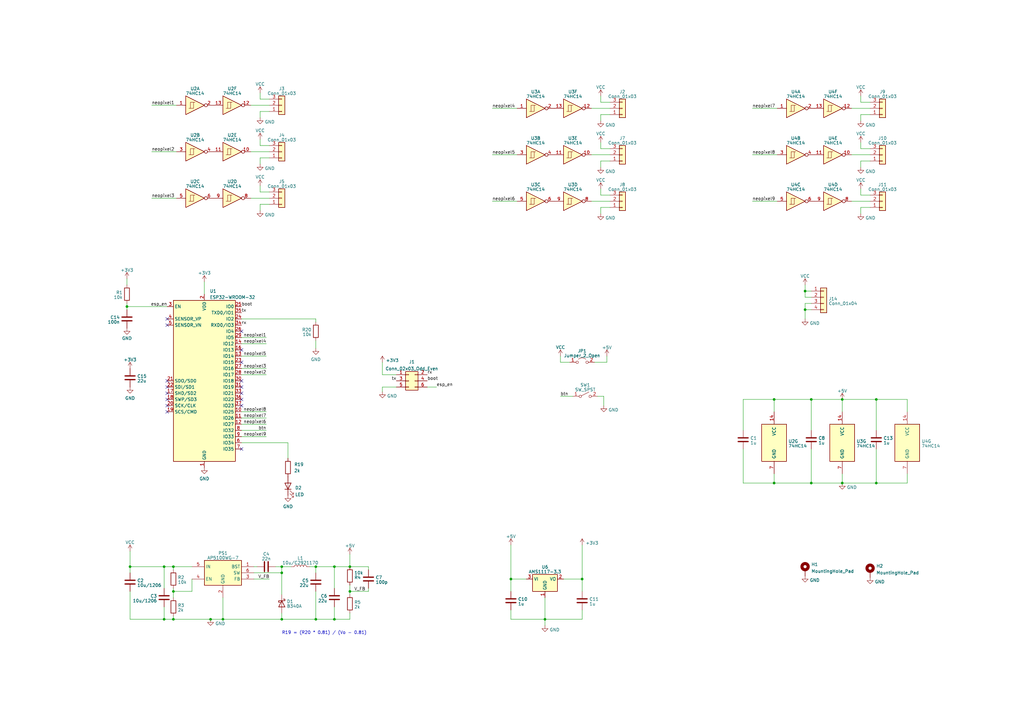
<source format=kicad_sch>
(kicad_sch (version 20231120) (generator "eeschema") (generator_version "8.0")
  (paper "A3")
  (lib_symbols
    (symbol "74xx:74HC14" (pin_names (offset 1.016))
      (property "Reference" "U" (at 0 1.27 0))
      (property "Value" "74HC14" (at 0 -1.27 0))
      (symbol "74HC14_1_0"
        (pin input line (at -7.62 0 0) (length 3.81) (name "~") (number "1"))
        (pin output inverted (at 7.62 0 180) (length 3.81) (name "~") (number "2"))
      )
      (symbol "74HC14_2_0"
        (pin input line (at -7.62 0 0) (length 3.81) (name "~") (number "3"))
        (pin output inverted (at 7.62 0 180) (length 3.81) (name "~") (number "4"))
      )
      (symbol "74HC14_3_0"
        (pin input line (at -7.62 0 0) (length 3.81) (name "~") (number "5"))
        (pin output inverted (at 7.62 0 180) (length 3.81) (name "~") (number "6"))
      )
      (symbol "74HC14_4_0"
        (pin output inverted (at 7.62 0 180) (length 3.81) (name "~") (number "8"))
        (pin input line (at -7.62 0 0) (length 3.81) (name "~") (number "9"))
      )
      (symbol "74HC14_5_0"
        (pin output inverted (at 7.62 0 180) (length 3.81) (name "~") (number "10"))
        (pin input line (at -7.62 0 0) (length 3.81) (name "~") (number "11"))
      )
      (symbol "74HC14_6_0"
        (pin output inverted (at 7.62 0 180) (length 3.81) (name "~") (number "12"))
        (pin input line (at -7.62 0 0) (length 3.81) (name "~") (number "13"))
      )
      (symbol "74HC14_7_0"
        (pin power_in line (at 0 12.7 270) (length 5.08) (name "VCC") (number "14"))
        (pin power_in line (at 0 -12.7 90) (length 5.08) (name "GND") (number "7"))
      )
    )
    (symbol "Connector_Generic:Conn_01x03" (pin_names (offset 1.016) hide)
      (property "Reference" "J" (at 0 5.08 0))
      (property "Value" "Conn_01x03" (at 0 -5.08 0))
      (symbol "Conn_01x03_1_1"
        (pin passive line (at -5.08 2.54 0) (length 3.81) (name "Pin_1") (number "1"))
        (pin passive line (at -5.08 0 0) (length 3.81) (name "Pin_2") (number "2"))
        (pin passive line (at -5.08 -2.54 0) (length 3.81) (name "Pin_3") (number "3"))
      )
    )
    (symbol "Connector_Generic:Conn_01x04" (pin_names (offset 1.016) hide)
      (property "Reference" "J" (at 0 5.08 0))
      (property "Value" "Conn_01x04" (at 0 -7.62 0))
      (symbol "Conn_01x04_1_1"
        (pin passive line (at -5.08 2.54 0) (length 3.81) (name "Pin_1") (number "1"))
        (pin passive line (at -5.08 0 0) (length 3.81) (name "Pin_2") (number "2"))
        (pin passive line (at -5.08 -2.54 0) (length 3.81) (name "Pin_3") (number "3"))
        (pin passive line (at -5.08 -5.08 0) (length 3.81) (name "Pin_4") (number "4"))
      )
    )
    (symbol "Connector_Generic:Conn_02x03_Odd_Even" (pin_names (offset 1.016) hide)
      (property "Reference" "J" (at 1.27 5.08 0))
      (property "Value" "Conn_02x03_Odd_Even" (at 1.27 -5.08 0))
      (symbol "Conn_02x03_Odd_Even_1_1"
        (pin passive line (at -5.08 2.54 0) (length 3.81) (name "Pin_1") (number "1"))
        (pin passive line (at 7.62 2.54 180) (length 3.81) (name "Pin_2") (number "2"))
        (pin passive line (at -5.08 0 0) (length 3.81) (name "Pin_3") (number "3"))
        (pin passive line (at 7.62 0 180) (length 3.81) (name "Pin_4") (number "4"))
        (pin passive line (at -5.08 -2.54 0) (length 3.81) (name "Pin_5") (number "5"))
        (pin passive line (at 7.62 -2.54 180) (length 3.81) (name "Pin_6") (number "6"))
      )
    )
    (symbol "Device:C" (pin_numbers hide) (pin_names (offset 0.254))
      (property "Reference" "C" (at 0.635 2.54 0))
      (property "Value" "C" (at 0.635 -2.54 0))
      (symbol "C_1_1"
        (pin passive line (at 0 3.81 270) (length 2.794) (name "~") (number "1"))
        (pin passive line (at 0 -3.81 90) (length 2.794) (name "~") (number "2"))
      )
    )
    (symbol "Device:D_Schottky" (pin_numbers hide) (pin_names (offset 1.016) hide)
      (property "Reference" "D" (at 0 2.54 0))
      (property "Value" "D_Schottky" (at 0 -2.54 0))
      (symbol "D_Schottky_1_1"
        (pin passive line (at -3.81 0 0) (length 2.54) (name "K") (number "1"))
        (pin passive line (at 3.81 0 180) (length 2.54) (name "A") (number "2"))
      )
    )
    (symbol "Device:L" (pin_numbers hide) (pin_names (offset 1.016) hide)
      (property "Reference" "L" (at -1.27 0 90))
      (property "Value" "L" (at 1.905 0 90))
      (symbol "L_1_1"
        (pin passive line (at 0 3.81 270) (length 1.27) (name "1") (number "1"))
        (pin passive line (at 0 -3.81 90) (length 1.27) (name "2") (number "2"))
      )
    )
    (symbol "Device:LED" (pin_numbers hide) (pin_names (offset 1.016) hide)
      (property "Reference" "D" (at 0 2.54 0))
      (property "Value" "LED" (at 0 -2.54 0))
      (symbol "LED_1_1"
        (pin passive line (at -3.81 0 0) (length 2.54) (name "K") (number "1"))
        (pin passive line (at 3.81 0 180) (length 2.54) (name "A") (number "2"))
      )
    )
    (symbol "Device:R" (pin_numbers hide) (pin_names (offset 0))
      (property "Reference" "R" (at 2.032 0 90))
      (property "Value" "R" (at 0 0 90))
      (symbol "R_1_1"
        (pin passive line (at 0 3.81 270) (length 1.27) (name "~") (number "1"))
        (pin passive line (at 0 -3.81 90) (length 1.27) (name "~") (number "2"))
      )
    )
    (symbol "Jumper:Jumper_2_Open" (pin_names (offset 0) hide)
      (property "Reference" "JP" (at 0 2.794 0))
      (property "Value" "Jumper_2_Open" (at 0 -2.286 0))
      (symbol "Jumper_2_Open_1_1"
        (pin passive line (at -5.08 0 0) (length 2.54) (name "A") (number "1"))
        (pin passive line (at 5.08 0 180) (length 2.54) (name "B") (number "2"))
      )
    )
    (symbol "Mechanical:MountingHole_Pad" (pin_numbers hide) (pin_names (offset 1.016) hide)
      (property "Reference" "H" (at 0 6.35 0))
      (property "Value" "MountingHole_Pad" (at 0 4.445 0))
      (symbol "MountingHole_Pad_1_1"
        (pin input line (at 0 -2.54 90) (length 2.54) (name "1") (number "1"))
      )
    )
    (symbol "RF_Module:ESP32-WROOM-32"
      (property "Reference" "U" (at -12.7 34.29 0))
      (property "Value" "ESP32-WROOM-32" (at 1.27 34.29 0))
      (symbol "ESP32-WROOM-32_1_1"
        (pin power_in line (at 0 -35.56 90) (length 2.54) (name "GND") (number "1"))
        (pin bidirectional line (at 15.24 -12.7 180) (length 2.54) (name "IO25") (number "10"))
        (pin bidirectional line (at 15.24 -15.24 180) (length 2.54) (name "IO26") (number "11"))
        (pin bidirectional line (at 15.24 -17.78 180) (length 2.54) (name "IO27") (number "12"))
        (pin bidirectional line (at 15.24 10.16 180) (length 2.54) (name "IO14") (number "13"))
        (pin bidirectional line (at 15.24 15.24 180) (length 2.54) (name "IO12") (number "14"))
        (pin passive line (at 0 -35.56 90) (length 2.54) hide (name "GND") (number "15"))
        (pin bidirectional line (at 15.24 12.7 180) (length 2.54) (name "IO13") (number "16"))
        (pin bidirectional line (at -15.24 -5.08 0) (length 2.54) (name "SHD/SD2") (number "17"))
        (pin bidirectional line (at -15.24 -7.62 0) (length 2.54) (name "SWP/SD3") (number "18"))
        (pin bidirectional line (at -15.24 -12.7 0) (length 2.54) (name "SCS/CMD") (number "19"))
        (pin power_in line (at 0 35.56 270) (length 2.54) (name "VDD") (number "2"))
        (pin bidirectional line (at -15.24 -10.16 0) (length 2.54) (name "SCK/CLK") (number "20"))
        (pin bidirectional line (at -15.24 0 0) (length 2.54) (name "SDO/SD0") (number "21"))
        (pin bidirectional line (at -15.24 -2.54 0) (length 2.54) (name "SDI/SD1") (number "22"))
        (pin bidirectional line (at 15.24 7.62 180) (length 2.54) (name "IO15") (number "23"))
        (pin bidirectional line (at 15.24 25.4 180) (length 2.54) (name "IO2") (number "24"))
        (pin bidirectional line (at 15.24 30.48 180) (length 2.54) (name "IO0") (number "25"))
        (pin bidirectional line (at 15.24 20.32 180) (length 2.54) (name "IO4") (number "26"))
        (pin bidirectional line (at 15.24 5.08 180) (length 2.54) (name "IO16") (number "27"))
        (pin bidirectional line (at 15.24 2.54 180) (length 2.54) (name "IO17") (number "28"))
        (pin bidirectional line (at 15.24 17.78 180) (length 2.54) (name "IO5") (number "29"))
        (pin input line (at -15.24 30.48 0) (length 2.54) (name "EN") (number "3"))
        (pin bidirectional line (at 15.24 0 180) (length 2.54) (name "IO18") (number "30"))
        (pin bidirectional line (at 15.24 -2.54 180) (length 2.54) (name "IO19") (number "31"))
        (pin no_connect line (at -12.7 -27.94 0) (length 2.54) hide (name "NC") (number "32"))
        (pin bidirectional line (at 15.24 -5.08 180) (length 2.54) (name "IO21") (number "33"))
        (pin bidirectional line (at 15.24 22.86 180) (length 2.54) (name "RXD0/IO3") (number "34"))
        (pin bidirectional line (at 15.24 27.94 180) (length 2.54) (name "TXD0/IO1") (number "35"))
        (pin bidirectional line (at 15.24 -7.62 180) (length 2.54) (name "IO22") (number "36"))
        (pin bidirectional line (at 15.24 -10.16 180) (length 2.54) (name "IO23") (number "37"))
        (pin passive line (at 0 -35.56 90) (length 2.54) hide (name "GND") (number "38"))
        (pin passive line (at 0 -35.56 90) (length 2.54) hide (name "GND") (number "39"))
        (pin input line (at -15.24 25.4 0) (length 2.54) (name "SENSOR_VP") (number "4"))
        (pin input line (at -15.24 22.86 0) (length 2.54) (name "SENSOR_VN") (number "5"))
        (pin input line (at 15.24 -25.4 180) (length 2.54) (name "IO34") (number "6"))
        (pin input line (at 15.24 -27.94 180) (length 2.54) (name "IO35") (number "7"))
        (pin bidirectional line (at 15.24 -20.32 180) (length 2.54) (name "IO32") (number "8"))
        (pin bidirectional line (at 15.24 -22.86 180) (length 2.54) (name "IO33") (number "9"))
      )
    )
    (symbol "Regulator_Linear:AMS1117-3.3"
      (property "Reference" "U" (at -3.81 3.175 0))
      (property "Value" "AMS1117-3.3" (at 0 3.175 0))
      (symbol "AMS1117-3.3_1_1"
        (pin power_in line (at 0 -7.62 90) (length 2.54) (name "GND") (number "1"))
        (pin power_out line (at 7.62 0 180) (length 2.54) (name "VO") (number "2"))
        (pin power_in line (at -7.62 0 0) (length 2.54) (name "VI") (number "3"))
      )
    )
    (symbol "SamacSys_Parts:AP5100WG-7"
      (property "Reference" "PS" (at 21.59 7.62 0))
      (property "Value" "AP5100WG-7" (at 21.59 5.08 0))
      (symbol "AP5100WG-7_1_1"
        (pin passive line (at 25.4 0 180) (length 5.08) (name "BST") (number "1"))
        (pin passive line (at 12.7 -12.7 90) (length 5.08) (name "GND") (number "2"))
        (pin passive line (at 25.4 -5.08 180) (length 5.08) (name "FB") (number "3"))
        (pin passive line (at 0 -5.08 0) (length 5.08) (name "EN") (number "4"))
        (pin passive line (at 0 0 0) (length 5.08) (name "IN") (number "5"))
        (pin passive line (at 25.4 -2.54 180) (length 5.08) (name "SW") (number "6"))
      )
    )
    (symbol "Switch:SW_SPST" (pin_names (offset 0) hide)
      (property "Reference" "SW" (at 0 3.175 0))
      (property "Value" "SW_SPST" (at 0 -2.54 0))
      (symbol "SW_SPST_1_1"
        (pin passive line (at -5.08 0 0) (length 2.54) (name "A") (number "1"))
        (pin passive line (at 5.08 0 180) (length 2.54) (name "B") (number "2"))
      )
    )
    (symbol "power:+3V3" (power) (pin_names (offset 0))
      (property "Value" "+3V3" (at 0 3.556 0))
      (symbol "+3V3_1_1"
        (pin power_in line (at 0 0 90) (length 0) hide (name "+3V3") (number "1"))
      )
    )
    (symbol "power:+5V" (power) (pin_names (offset 0))
      (property "Value" "+5V" (at 0 3.556 0))
      (symbol "+5V_1_1"
        (pin power_in line (at 0 0 90) (length 0) hide (name "+5V") (number "1"))
      )
    )
    (symbol "power:GND" (power) (pin_names (offset 0))
      (property "Value" "GND" (at 0 -3.81 0))
      (symbol "GND_1_1"
        (pin power_in line (at 0 0 270) (length 0) hide (name "GND") (number "1"))
      )
    )
    (symbol "power:VCC" (power) (pin_names (offset 0))
      (property "Value" "VCC" (at 0 3.81 0))
      (symbol "VCC_1_1"
        (pin power_in line (at 0 0 90) (length 0) hide (name "VCC") (number "1"))
      )
    )
  )
  (junction (at 67.31 254))
  (junction (at 52.07 125.73))
  (junction (at 359.41 163.83))
  (junction (at 223.52 254))
  (junction (at 209.55 237.49))
  (junction (at 238.76 237.49))
  (junction (at 332.74 198.12))
  (junction (at 330.2 119.38))
  (junction (at 317.5 163.83))
  (junction (at 332.74 163.83))
  (junction (at 86.36 254))
  (junction (at 71.12 254))
  (junction (at 129.54 254))
  (junction (at 91.44 254))
  (junction (at 345.44 163.83))
  (junction (at 143.51 242.57))
  (junction (at 359.41 198.12))
  (junction (at 67.31 232.41))
  (junction (at 143.51 232.41))
  (junction (at 317.5 198.12))
  (junction (at 137.16 254))
  (junction (at 53.34 232.41))
  (junction (at 115.57 234.95))
  (junction (at 345.44 198.12))
  (junction (at 129.54 232.41))
  (junction (at 115.57 232.41))
  (junction (at 71.12 242.57))
  (junction (at 71.12 232.41))
  (junction (at 115.57 254))
  (junction (at 330.2 127))
  (junction (at 137.16 232.41))
  (no_connect (at 99.06 148.59))
  (no_connect (at 99.06 163.83))
  (no_connect (at 68.58 158.75))
  (no_connect (at 99.06 135.89))
  (no_connect (at 68.58 133.35))
  (no_connect (at 68.58 130.81))
  (no_connect (at 68.58 168.91))
  (no_connect (at 99.06 184.15))
  (no_connect (at 68.58 161.29))
  (no_connect (at 68.58 163.83))
  (no_connect (at 99.06 166.37))
  (no_connect (at 68.58 166.37))
  (no_connect (at 99.06 161.29))
  (no_connect (at 99.06 156.21))
  (no_connect (at 99.06 143.51))
  (no_connect (at 99.06 158.75))
  (no_connect (at 68.58 156.21))
  (wire (pts (xy 304.8 198.12) (xy 317.5 198.12)))
  (wire (pts (xy 115.57 254) (xy 129.54 254)))
  (wire (pts (xy 359.41 198.12) (xy 372.11 198.12)))
  (wire (pts (xy 71.12 232.41) (xy 78.74 232.41)))
  (wire (pts (xy 308.61 82.55) (xy 318.77 82.55)))
  (wire (pts (xy 330.2 124.46) (xy 332.74 124.46)))
  (wire (pts (xy 109.22 140.97) (xy 99.06 140.97)))
  (wire (pts (xy 238.76 254) (xy 238.76 250.19)))
  (wire (pts (xy 359.41 184.15) (xy 359.41 198.12)))
  (wire (pts (xy 246.38 60.96) (xy 250.19 60.96)))
  (wire (pts (xy 67.31 254) (xy 71.12 254)))
  (wire (pts (xy 137.16 232.41) (xy 143.51 232.41)))
  (wire (pts (xy 115.57 254) (xy 115.57 251.46)))
  (wire (pts (xy 129.54 130.81) (xy 129.54 132.08)))
  (wire (pts (xy 71.12 252.73) (xy 71.12 254)))
  (wire (pts (xy 118.11 181.61) (xy 118.11 187.96)))
  (wire (pts (xy 246.38 41.91) (xy 250.19 41.91)))
  (wire (pts (xy 332.74 121.92) (xy 330.2 121.92)))
  (wire (pts (xy 248.92 148.59) (xy 243.84 148.59)))
  (wire (pts (xy 99.06 181.61) (xy 118.11 181.61)))
  (wire (pts (xy 229.87 148.59) (xy 233.68 148.59)))
  (wire (pts (xy 109.22 176.53) (xy 99.06 176.53)))
  (wire (pts (xy 71.12 254) (xy 86.36 254)))
  (wire (pts (xy 359.41 176.53) (xy 359.41 163.83)))
  (wire (pts (xy 332.74 184.15) (xy 332.74 198.12)))
  (wire (pts (xy 330.2 127) (xy 330.2 124.46)))
  (wire (pts (xy 71.12 245.11) (xy 71.12 242.57)))
  (wire (pts (xy 246.38 87.63) (xy 246.38 85.09)))
  (wire (pts (xy 91.44 245.11) (xy 91.44 254)))
  (wire (pts (xy 242.57 44.45) (xy 250.19 44.45)))
  (wire (pts (xy 109.22 153.67) (xy 99.06 153.67)))
  (wire (pts (xy 175.26 158.75) (xy 179.07 158.75)))
  (wire (pts (xy 156.845 158.75) (xy 156.845 160.655)))
  (wire (pts (xy 143.51 251.46) (xy 143.51 254)))
  (wire (pts (xy 129.54 254) (xy 137.16 254)))
  (wire (pts (xy 62.23 43.18) (xy 72.39 43.18)))
  (wire (pts (xy 129.54 232.41) (xy 137.16 232.41)))
  (wire (pts (xy 304.8 176.53) (xy 304.8 163.83)))
  (wire (pts (xy 106.68 78.74) (xy 110.49 78.74)))
  (wire (pts (xy 67.31 232.41) (xy 71.12 232.41)))
  (wire (pts (xy 372.11 163.83) (xy 372.11 168.91)))
  (wire (pts (xy 229.87 146.05) (xy 229.87 148.59)))
  (wire (pts (xy 345.44 198.12) (xy 359.41 198.12)))
  (wire (pts (xy 246.38 85.09) (xy 250.19 85.09)))
  (wire (pts (xy 106.68 59.69) (xy 110.49 59.69)))
  (wire (pts (xy 115.57 234.95) (xy 115.57 243.84)))
  (wire (pts (xy 52.07 125.73) (xy 68.58 125.73)))
  (wire (pts (xy 223.52 254) (xy 238.76 254)))
  (wire (pts (xy 143.51 243.84) (xy 143.51 242.57)))
  (wire (pts (xy 353.06 46.99) (xy 356.87 46.99)))
  (wire (pts (xy 106.68 48.26) (xy 106.68 45.72)))
  (wire (pts (xy 332.74 198.12) (xy 345.44 198.12)))
  (wire (pts (xy 113.03 232.41) (xy 115.57 232.41)))
  (wire (pts (xy 246.38 77.47) (xy 246.38 80.01)))
  (wire (pts (xy 129.54 139.7) (xy 129.54 142.875)))
  (wire (pts (xy 143.51 232.41) (xy 151.13 232.41)))
  (wire (pts (xy 201.93 82.55) (xy 212.09 82.55)))
  (wire (pts (xy 246.38 46.99) (xy 250.19 46.99)))
  (wire (pts (xy 317.5 168.91) (xy 317.5 163.83)))
  (wire (pts (xy 106.68 64.77) (xy 110.49 64.77)))
  (wire (pts (xy 78.74 237.49) (xy 78.74 242.57)))
  (wire (pts (xy 143.51 240.03) (xy 143.51 242.57)))
  (wire (pts (xy 353.06 80.01) (xy 356.87 80.01)))
  (wire (pts (xy 106.68 76.2) (xy 106.68 78.74)))
  (wire (pts (xy 52.07 124.46) (xy 52.07 125.73)))
  (wire (pts (xy 109.22 179.07) (xy 99.06 179.07)))
  (wire (pts (xy 242.57 82.55) (xy 250.19 82.55)))
  (wire (pts (xy 248.92 146.05) (xy 248.92 148.59)))
  (wire (pts (xy 143.51 242.57) (xy 151.13 242.57)))
  (wire (pts (xy 201.93 44.45) (xy 212.09 44.45)))
  (wire (pts (xy 308.61 44.45) (xy 318.77 44.45)))
  (wire (pts (xy 104.14 234.95) (xy 115.57 234.95)))
  (wire (pts (xy 106.68 86.36) (xy 106.68 83.82)))
  (wire (pts (xy 372.11 198.12) (xy 372.11 194.31)))
  (wire (pts (xy 246.38 80.01) (xy 250.19 80.01)))
  (wire (pts (xy 109.22 168.91) (xy 99.06 168.91)))
  (wire (pts (xy 238.76 237.49) (xy 231.14 237.49)))
  (wire (pts (xy 345.44 163.83) (xy 359.41 163.83)))
  (wire (pts (xy 62.23 81.28) (xy 72.39 81.28)))
  (wire (pts (xy 106.68 38.1) (xy 106.68 40.64)))
  (wire (pts (xy 349.25 44.45) (xy 356.87 44.45)))
  (wire (pts (xy 353.06 49.53) (xy 353.06 46.99)))
  (wire (pts (xy 53.34 232.41) (xy 53.34 234.95)))
  (wire (pts (xy 151.13 232.41) (xy 151.13 233.68)))
  (wire (pts (xy 353.06 87.63) (xy 353.06 85.09)))
  (wire (pts (xy 156.845 153.67) (xy 162.56 153.67)))
  (wire (pts (xy 246.38 68.58) (xy 246.38 66.04)))
  (wire (pts (xy 115.57 232.41) (xy 119.38 232.41)))
  (wire (pts (xy 330.2 127) (xy 332.74 127)))
  (wire (pts (xy 99.06 130.81) (xy 129.54 130.81)))
  (wire (pts (xy 353.06 66.04) (xy 356.87 66.04)))
  (wire (pts (xy 83.82 115.57) (xy 83.82 120.65)))
  (wire (pts (xy 353.06 41.91) (xy 356.87 41.91)))
  (wire (pts (xy 304.8 184.15) (xy 304.8 198.12)))
  (wire (pts (xy 246.38 58.42) (xy 246.38 60.96)))
  (wire (pts (xy 102.87 81.28) (xy 110.49 81.28)))
  (wire (pts (xy 223.52 254) (xy 223.52 245.11)))
  (wire (pts (xy 156.845 148.59) (xy 156.845 153.67)))
  (wire (pts (xy 332.74 163.83) (xy 332.74 176.53)))
  (wire (pts (xy 238.76 223.52) (xy 238.76 237.49)))
  (wire (pts (xy 238.76 242.57) (xy 238.76 237.49)))
  (wire (pts (xy 53.34 226.06) (xy 53.34 232.41)))
  (wire (pts (xy 53.34 254) (xy 67.31 254)))
  (wire (pts (xy 71.12 242.57) (xy 78.74 242.57)))
  (wire (pts (xy 109.22 138.43) (xy 99.06 138.43)))
  (wire (pts (xy 353.06 39.37) (xy 353.06 41.91)))
  (wire (pts (xy 345.44 194.31) (xy 345.44 198.12)))
  (wire (pts (xy 247.65 162.56) (xy 245.11 162.56)))
  (wire (pts (xy 209.55 254) (xy 223.52 254)))
  (wire (pts (xy 104.14 237.49) (xy 110.49 237.49)))
  (wire (pts (xy 53.34 232.41) (xy 67.31 232.41)))
  (wire (pts (xy 242.57 63.5) (xy 250.19 63.5)))
  (wire (pts (xy 349.25 63.5) (xy 356.87 63.5)))
  (wire (pts (xy 317.5 194.31) (xy 317.5 198.12)))
  (wire (pts (xy 345.44 163.83) (xy 345.44 168.91)))
  (wire (pts (xy 127 232.41) (xy 129.54 232.41)))
  (wire (pts (xy 209.55 237.49) (xy 209.55 242.57)))
  (wire (pts (xy 330.2 116.84) (xy 330.2 119.38)))
  (wire (pts (xy 330.2 119.38) (xy 330.2 121.92)))
  (wire (pts (xy 308.61 63.5) (xy 318.77 63.5)))
  (wire (pts (xy 330.2 119.38) (xy 332.74 119.38)))
  (wire (pts (xy 137.16 241.3) (xy 137.16 232.41)))
  (wire (pts (xy 106.68 57.15) (xy 106.68 59.69)))
  (wire (pts (xy 246.38 39.37) (xy 246.38 41.91)))
  (wire (pts (xy 246.38 49.53) (xy 246.38 46.99)))
  (wire (pts (xy 353.06 58.42) (xy 353.06 60.96)))
  (wire (pts (xy 106.68 83.82) (xy 110.49 83.82)))
  (wire (pts (xy 162.56 158.75) (xy 156.845 158.75)))
  (wire (pts (xy 143.51 227.33) (xy 143.51 232.41)))
  (wire (pts (xy 201.93 63.5) (xy 212.09 63.5)))
  (wire (pts (xy 353.06 68.58) (xy 353.06 66.04)))
  (wire (pts (xy 317.5 198.12) (xy 332.74 198.12)))
  (wire (pts (xy 52.07 125.73) (xy 52.07 127)))
  (wire (pts (xy 106.68 64.77) (xy 106.68 67.31)))
  (wire (pts (xy 104.14 232.41) (xy 105.41 232.41)))
  (wire (pts (xy 53.34 242.57) (xy 53.34 254)))
  (wire (pts (xy 67.31 248.92) (xy 67.31 254)))
  (wire (pts (xy 71.12 241.3) (xy 71.12 242.57)))
  (wire (pts (xy 209.55 254) (xy 209.55 250.19)))
  (wire (pts (xy 137.16 254) (xy 143.51 254)))
  (wire (pts (xy 71.12 232.41) (xy 71.12 233.68)))
  (wire (pts (xy 247.65 166.37) (xy 247.65 162.56)))
  (wire (pts (xy 332.74 163.83) (xy 345.44 163.83)))
  (wire (pts (xy 106.68 40.64) (xy 110.49 40.64)))
  (wire (pts (xy 209.55 223.52) (xy 209.55 237.49)))
  (wire (pts (xy 304.8 163.83) (xy 317.5 163.83)))
  (wire (pts (xy 349.25 82.55) (xy 356.87 82.55)))
  (wire (pts (xy 353.06 60.96) (xy 356.87 60.96)))
  (wire (pts (xy 317.5 163.83) (xy 332.74 163.83)))
  (wire (pts (xy 353.06 77.47) (xy 353.06 80.01)))
  (wire (pts (xy 109.22 151.13) (xy 99.06 151.13)))
  (wire (pts (xy 129.54 232.41) (xy 129.54 234.95)))
  (wire (pts (xy 102.87 43.18) (xy 110.49 43.18)))
  (wire (pts (xy 115.57 234.95) (xy 115.57 232.41)))
  (wire (pts (xy 246.38 66.04) (xy 250.19 66.04)))
  (wire (pts (xy 129.54 242.57) (xy 129.54 254)))
  (wire (pts (xy 91.44 254) (xy 115.57 254)))
  (wire (pts (xy 109.22 171.45) (xy 99.06 171.45)))
  (wire (pts (xy 330.2 130.81) (xy 330.2 127)))
  (wire (pts (xy 86.36 254) (xy 91.44 254)))
  (wire (pts (xy 62.23 62.23) (xy 72.39 62.23)))
  (wire (pts (xy 215.9 237.49) (xy 209.55 237.49)))
  (wire (pts (xy 229.87 162.56) (xy 234.95 162.56)))
  (wire (pts (xy 106.68 45.72) (xy 110.49 45.72)))
  (wire (pts (xy 67.31 232.41) (xy 67.31 241.3)))
  (wire (pts (xy 151.13 241.3) (xy 151.13 242.57)))
  (wire (pts (xy 102.87 62.23) (xy 110.49 62.23)))
  (wire (pts (xy 137.16 248.92) (xy 137.16 254)))
  (wire (pts (xy 353.06 85.09) (xy 356.87 85.09)))
  (wire (pts (xy 109.22 146.05) (xy 99.06 146.05)))
  (wire (pts (xy 223.52 256.54) (xy 223.52 254)))
  (wire (pts (xy 52.07 114.3) (xy 52.07 116.84)))
  (wire (pts (xy 109.22 173.99) (xy 99.06 173.99)))
  (wire (pts (xy 359.41 163.83) (xy 372.11 163.83)))
  (text "R19 = (R20 * 0.81) / (Vo - 0.81)" (at 115.57 260.35 0) (effects (font (size 1.27 1.27)) (justify left bottom)))
  (label "tx" (at 99.06 128.27 0))
  (label "esp_en" (at 179.07 158.75 0))
  (label "neopixel9" (at 109.22 179.07 180))
  (label "neopixel1" (at 62.23 43.18 0))
  (label "btn" (at 229.87 162.56 0))
  (label "esp_en" (at 68.58 125.73 180))
  (label "neopixel6" (at 109.22 173.99 180))
  (label "neopixel2" (at 62.23 62.23 0))
  (label "neopixel4" (at 109.22 140.97 180))
  (label "neopixel3" (at 109.22 151.13 180))
  (label "boot" (at 175.26 156.21 0))
  (label "neopixel9" (at 308.61 82.55 0))
  (label "neopixel8" (at 109.22 168.91 180))
  (label "boot" (at 99.06 125.73 0))
  (label "V_FB" (at 110.49 237.49 180))
  (label "rx" (at 175.26 153.67 0))
  (label "neopixel5" (at 109.22 146.05 180))
  (label "neopixel1" (at 109.22 138.43 180))
  (label "neopixel7" (at 308.61 44.45 0))
  (label "neopixel2" (at 109.22 153.67 180))
  (label "neopixel6" (at 201.93 82.55 0))
  (label "neopixel5" (at 201.93 63.5 0))
  (label "tx" (at 162.56 156.21 180))
  (label "neopixel8" (at 308.61 63.5 0))
  (label "neopixel4" (at 201.93 44.45 0))
  (label "neopixel7" (at 109.22 171.45 180))
  (label "rx" (at 99.06 133.35 0))
  (label "V_FB" (at 149.86 242.57 180))
  (label "btn" (at 109.22 176.53 180))
  (label "neopixel3" (at 62.23 81.28 0))
  (symbol (lib_id "power:GND") (at 353.06 49.53 0) (unit 1)
    (property "Reference" "#PWR018" (effects (hide yes)))
    (property "Value" "GND" (at 354.965 51.279 0) (effects (justify left)))
  )
  (symbol (lib_id "Device:C") (at 52.07 130.81 0) (mirror y) (unit 1)
    (property "Reference" "C14" (at 49.1491 130.1663 0) (effects (justify left)))
    (property "Value" "100n" (at 49.1491 132.0873 0) (effects (justify left)))
    (property "Footprint" "Capacitor_SMD:C_0603_1608Metric" (effects (hide yes)))
    (property "MPN" "C14663" (effects (hide yes)))
  )
  (symbol (lib_id "Regulator_Linear:AMS1117-3.3") (at 223.52 237.49 0) (unit 1)
    (property "Reference" "U6" (at 223.52 232.5751 0))
    (property "Value" "AMS1117-3.3" (at 223.52 234.4961 0))
    (property "Footprint" "Package_TO_SOT_SMD:SOT-223-3_TabPin2" (effects (hide yes)))
    (property "Datasheet" "http://www.advanced-monolithic.com/pdf/ds1117.pdf" (effects (hide yes)))
    (property "MPN" "C6186" (effects (hide yes)))
  )
  (symbol (lib_id "power:GND") (at 52.07 134.62 0) (mirror y) (unit 1)
    (property "Reference" "#PWR031" (effects (hide yes)))
    (property "Value" "GND" (at 52.07 138.7555 0))
  )
  (symbol (lib_id "74xx:74HC14") (at 372.11 181.61 0) (unit 7)
    (property "Reference" "U4" (at 377.952 180.9663 0) (effects (justify left)))
    (property "Value" "74HC14" (at 377.952 182.8873 0) (effects (justify left)))
    (property "Footprint" "Package_SO:SOIC-14_3.9x8.7mm_P1.27mm" (effects (hide yes)))
    (property "Datasheet" "http://www.ti.com/lit/gpn/sn74HC14" (effects (hide yes)))
    (property "MPN" "C5967" (effects (hide yes)))
  )
  (symbol (lib_id "Connector_Generic:Conn_01x03") (at 255.27 44.45 0) (mirror x) (unit 1)
    (property "Reference" "J2" (at 255.27 37.6301 0))
    (property "Value" "Conn_01x03" (at 255.27 39.5511 0))
    (property "Footprint" "TerminalBlock_Phoenix:TerminalBlock_Phoenix_MKDS-1,5-3_1x03_P5.00mm_Horizontal" (effects (hide yes)))
    (property "MPN" "C8401" (effects (hide yes)))
  )
  (symbol (lib_id "power:+5V") (at 143.51 227.33 0) (unit 1)
    (property "Reference" "#PWR016" (effects (hide yes)))
    (property "Value" "+5V" (at 143.51 223.8281 0))
  )
  (symbol (lib_id "power:GND") (at 356.87 236.855 0) (unit 1)
    (property "Reference" "#PWR07" (effects (hide yes)))
    (property "Value" "GND" (at 358.775 238.604 0) (effects (justify left)))
  )
  (symbol (lib_id "74xx:74HC14") (at 95.25 62.23 0) (unit 5)
    (property "Reference" "U2" (at 95.25 55.4101 0))
    (property "Value" "74HC14" (at 95.25 57.3311 0))
    (property "Footprint" "Package_SO:SOIC-14_3.9x8.7mm_P1.27mm" (effects (hide yes)))
    (property "Datasheet" "http://www.ti.com/lit/gpn/sn74HC14" (effects (hide yes)))
    (property "MPN" "C5967" (effects (hide yes)))
  )
  (symbol (lib_id "Device:C") (at 137.16 245.11 0) (unit 1)
    (property "Reference" "C6" (at 134.239 244.4663 0) (effects (justify right)))
    (property "Value" "22u" (at 134.239 246.3873 0) (effects (justify right)))
    (property "Footprint" "Capacitor_SMD:C_0805_2012Metric" (effects (hide yes)))
    (property "MPN" "C45783" (effects (hide yes)))
  )
  (symbol (lib_id "power:GND") (at 247.65 166.37 0) (unit 1)
    (property "Reference" "#PWR026" (effects (hide yes)))
    (property "Value" "GND" (at 249.555 168.119 0) (effects (justify left)))
  )
  (symbol (lib_id "Device:R") (at 118.11 191.77 0) (mirror y) (unit 1)
    (property "Reference" "R19" (at 120.65 190.5 0) (effects (justify right)))
    (property "Value" "2k" (at 120.65 193.04 0) (effects (justify right)))
    (property "Footprint" "Resistor_SMD:R_0603_1608Metric" (effects (hide yes)))
    (property "MPN" "C22975" (effects (hide yes)))
  )
  (symbol (lib_id "power:+3V3") (at 53.34 151.13 0) (unit 1)
    (property "Reference" "#PWR032" (effects (hide yes)))
    (property "Value" "+3V3" (at 53.34 147.5255 0))
  )
  (symbol (lib_id "74xx:74HC14") (at 341.63 44.45 0) (unit 6)
    (property "Reference" "U4" (at 341.63 37.6301 0))
    (property "Value" "74HC14" (at 341.63 39.5511 0))
    (property "Footprint" "Package_SO:SOIC-14_3.9x8.7mm_P1.27mm" (effects (hide yes)))
    (property "Datasheet" "http://www.ti.com/lit/gpn/sn74HC14" (effects (hide yes)))
    (property "MPN" "C5967" (effects (hide yes)))
  )
  (symbol (lib_id "Device:R") (at 52.07 120.65 0) (unit 1)
    (property "Reference" "R1" (at 50.292 120.0063 0) (effects (justify right)))
    (property "Value" "10k" (at 50.292 121.9273 0) (effects (justify right)))
    (property "Footprint" "Resistor_SMD:R_0603_1608Metric" (effects (hide yes)))
    (property "MPN" "C25804" (effects (hide yes)))
  )
  (symbol (lib_id "power:VCC") (at 246.38 77.47 0) (unit 1)
    (property "Reference" "#PWR065" (effects (hide yes)))
    (property "Value" "VCC" (at 246.38 73.8655 0))
  )
  (symbol (lib_id "power:GND") (at 129.54 142.875 0) (unit 1)
    (property "Reference" "#PWR037" (effects (hide yes)))
    (property "Value" "GND" (at 129.54 147.4375 0))
  )
  (symbol (lib_id "power:GND") (at 246.38 87.63 0) (unit 1)
    (property "Reference" "#PWR066" (effects (hide yes)))
    (property "Value" "GND" (at 248.285 89.379 0) (effects (justify left)))
  )
  (symbol (lib_id "power:GND") (at 53.34 158.75 0) (unit 1)
    (property "Reference" "#PWR033" (effects (hide yes)))
    (property "Value" "GND" (at 53.34 163.3125 0))
  )
  (symbol (lib_id "Device:C") (at 304.8 180.34 0) (unit 1)
    (property "Reference" "C1" (at 307.721 179.6963 0) (effects (justify left)))
    (property "Value" "1u" (at 307.721 181.6173 0) (effects (justify left)))
    (property "Footprint" "Capacitor_SMD:C_0805_2012Metric" (effects (hide yes)))
    (property "MPN" "C28323" (effects (hide yes)))
  )
  (symbol (lib_id "74xx:74HC14") (at 80.01 62.23 0) (unit 2)
    (property "Reference" "U2" (at 80.01 55.4101 0))
    (property "Value" "74HC14" (at 80.01 57.3311 0))
    (property "Footprint" "Package_SO:SOIC-14_3.9x8.7mm_P1.27mm" (effects (hide yes)))
    (property "Datasheet" "http://www.ti.com/lit/gpn/sn74HC14" (effects (hide yes)))
    (property "MPN" "C5967" (effects (hide yes)))
  )
  (symbol (lib_id "Device:R") (at 143.51 247.65 0) (mirror y) (unit 1)
    (property "Reference" "R5" (at 145.288 247.0063 0) (effects (justify right)))
    (property "Value" "2k" (at 145.288 248.9273 0) (effects (justify right)))
    (property "Footprint" "Resistor_SMD:R_0603_1608Metric" (effects (hide yes)))
    (property "MPN" "C22975" (effects (hide yes)))
  )
  (symbol (lib_id "RF_Module:ESP32-WROOM-32") (at 83.82 156.21 0) (unit 1)
    (property "Reference" "U1" (at 86.0141 119.38 0) (effects (justify left)))
    (property "Value" "ESP32-WROOM-32" (at 86.0141 121.92 0) (effects (justify left)))
    (property "Footprint" "RF_Module:ESP32-WROOM-32" (effects (hide yes)))
    (property "Datasheet" "https://www.espressif.com/sites/default/files/documentation/esp32-wroom-32_datasheet_en.pdf" (effects (hide yes)))
    (property "Description" "RF Module, ESP32-D0WDQ6 SoC, Wi-Fi 802.11b/g/n, Bluetooth, BLE, 32-bit, 2.7-3.6V, onboard antenna, SMD" (effects (hide yes)))
  )
  (symbol (lib_id "Device:C") (at 109.22 232.41 90) (unit 1)
    (property "Reference" "C4" (at 109.22 227.2411 90))
    (property "Value" "22n" (at 109.22 229.1621 90))
    (property "Footprint" "Capacitor_SMD:C_0603_1608Metric" (effects (hide yes)))
    (property "MPN" "C21122" (effects (hide yes)))
  )
  (symbol (lib_id "power:VCC") (at 106.68 57.15 0) (unit 1)
    (property "Reference" "#PWR049" (effects (hide yes)))
    (property "Value" "VCC" (at 106.68 53.5455 0))
  )
  (symbol (lib_id "power:VCC") (at 246.38 58.42 0) (unit 1)
    (property "Reference" "#PWR053" (effects (hide yes)))
    (property "Value" "VCC" (at 246.38 54.8155 0))
  )
  (symbol (lib_id "power:GND") (at 345.44 198.12 0) (unit 1)
    (property "Reference" "#PWR01" (effects (hide yes)))
    (property "Value" "GND" (at 347.345 199.869 0) (effects (justify left)))
  )
  (symbol (lib_id "power:GND") (at 353.06 68.58 0) (unit 1)
    (property "Reference" "#PWR052" (effects (hide yes)))
    (property "Value" "GND" (at 354.965 70.329 0) (effects (justify left)))
  )
  (symbol (lib_id "Connector_Generic:Conn_02x03_Odd_Even") (at 167.64 156.21 0) (unit 1)
    (property "Reference" "J1" (at 168.91 148.4335 0))
    (property "Value" "Conn_02x03_Odd_Even" (at 168.91 151.2086 0))
    (property "Footprint" "Connector_PinHeader_2.54mm:PinHeader_2x03_P2.54mm_Vertical" (effects (hide yes)))
  )
  (symbol (lib_id "power:+3V3") (at 83.82 115.57 0) (unit 1)
    (property "Reference" "#PWR034" (effects (hide yes)))
    (property "Value" "+3V3" (at 83.82 111.9655 0))
  )
  (symbol (lib_id "74xx:74HC14") (at 326.39 44.45 0) (unit 1)
    (property "Reference" "U4" (at 326.39 37.6301 0))
    (property "Value" "74HC14" (at 326.39 39.5511 0))
    (property "Footprint" "Package_SO:SOIC-14_3.9x8.7mm_P1.27mm" (effects (hide yes)))
    (property "Datasheet" "http://www.ti.com/lit/gpn/sn74HC14" (effects (hide yes)))
    (property "MPN" "C5967" (effects (hide yes)))
  )
  (symbol (lib_id "Device:R") (at 129.54 135.89 0) (unit 1)
    (property "Reference" "R20" (at 127.762 135.2463 0) (effects (justify right)))
    (property "Value" "10k" (at 127.762 137.1673 0) (effects (justify right)))
    (property "Footprint" "Resistor_SMD:R_0603_1608Metric" (effects (hide yes)))
    (property "MPN" "C25804" (effects (hide yes)))
  )
  (symbol (lib_id "Device:R") (at 71.12 237.49 180) (unit 1)
    (property "Reference" "R2" (at 72.898 236.8463 0) (effects (justify right)))
    (property "Value" "10k" (at 72.898 238.7673 0) (effects (justify right)))
    (property "Footprint" "Resistor_SMD:R_0603_1608Metric" (effects (hide yes)))
    (property "MPN" "C25804" (effects (hide yes)))
  )
  (symbol (lib_id "power:+3V3") (at 238.76 223.52 0) (unit 1)
    (property "Reference" "#PWR020" (effects (hide yes)))
    (property "Value" "+3V3" (at 240.157 222.729 0) (effects (justify left)))
  )
  (symbol (lib_id "Device:L") (at 123.19 232.41 90) (unit 1)
    (property "Reference" "L1" (at 123.19 228.8947 90))
    (property "Value" "10u/C2921170" (at 123.19 230.8157 90))
    (property "Footprint" "Inductor_SMD:L_Chilisin_BMRA00040420" (effects (hide yes)))
    (property "MPN" "C2921170" (effects (hide yes)))
  )
  (symbol (lib_id "74xx:74HC14") (at 234.95 63.5 0) (unit 5)
    (property "Reference" "U3" (at 234.95 56.6801 0))
    (property "Value" "74HC14" (at 234.95 58.6011 0))
    (property "Footprint" "Package_SO:SOIC-14_3.9x8.7mm_P1.27mm" (effects (hide yes)))
    (property "Datasheet" "http://www.ti.com/lit/gpn/sn74HC14" (effects (hide yes)))
    (property "MPN" "C5967" (effects (hide yes)))
  )
  (symbol (lib_id "Device:C") (at 238.76 246.38 0) (mirror y) (unit 1)
    (property "Reference" "C11" (at 241.681 245.7363 0) (effects (justify right)))
    (property "Value" "1u" (at 241.681 247.6573 0) (effects (justify right)))
    (property "Footprint" "Capacitor_SMD:C_0805_2012Metric" (effects (hide yes)))
    (property "MPN" "C28323" (effects (hide yes)))
  )
  (symbol (lib_id "Connector_Generic:Conn_01x03") (at 361.95 44.45 0) (mirror x) (unit 1)
    (property "Reference" "J9" (at 361.95 37.6301 0))
    (property "Value" "Conn_01x03" (at 361.95 39.5511 0))
    (property "Footprint" "TerminalBlock_Phoenix:TerminalBlock_Phoenix_MKDS-1,5-3_1x03_P5.00mm_Horizontal" (effects (hide yes)))
    (property "MPN" "C8401" (effects (hide yes)))
  )
  (symbol (lib_id "Device:C") (at 332.74 180.34 0) (unit 1)
    (property "Reference" "C8" (at 335.661 179.6963 0) (effects (justify left)))
    (property "Value" "1u" (at 335.661 181.6173 0) (effects (justify left)))
    (property "Footprint" "Capacitor_SMD:C_0805_2012Metric" (effects (hide yes)))
    (property "MPN" "C28323" (effects (hide yes)))
  )
  (symbol (lib_id "Device:D_Schottky") (at 115.57 247.65 270) (unit 1)
    (property "Reference" "D1" (at 117.602 246.6888 90) (effects (justify left)))
    (property "Value" "B340A" (at 117.602 248.6098 90) (effects (justify left)))
    (property "Footprint" "Diode_SMD:D_SMA" (effects (hide yes)))
    (property "MPN" "C3018525" (effects (hide yes)))
  )
  (symbol (lib_id "74xx:74HC14") (at 219.71 44.45 0) (unit 1)
    (property "Reference" "U3" (at 219.71 37.6301 0))
    (property "Value" "74HC14" (at 219.71 39.5511 0))
    (property "Footprint" "Package_SO:SOIC-14_3.9x8.7mm_P1.27mm" (effects (hide yes)))
    (property "Datasheet" "http://www.ti.com/lit/gpn/sn74HC14" (effects (hide yes)))
    (property "MPN" "C5967" (effects (hide yes)))
  )
  (symbol (lib_id "Switch:SW_SPST") (at 240.03 162.56 0) (unit 1)
    (property "Reference" "SW1" (at 240.03 157.8991 0))
    (property "Value" "SW_SPST" (at 240.03 159.8201 0))
    (property "Footprint" "Button_Switch_THT:SW_PUSH_6mm_H5mm" (effects (hide yes)))
  )
  (symbol (lib_id "power:GND") (at 246.38 68.58 0) (unit 1)
    (property "Reference" "#PWR054" (effects (hide yes)))
    (property "Value" "GND" (at 248.285 70.329 0) (effects (justify left)))
  )
  (symbol (lib_id "Connector_Generic:Conn_01x03") (at 361.95 63.5 0) (mirror x) (unit 1)
    (property "Reference" "J10" (at 361.95 56.6801 0))
    (property "Value" "Conn_01x03" (at 361.95 58.6011 0))
    (property "Footprint" "TerminalBlock_Phoenix:TerminalBlock_Phoenix_MKDS-1,5-3_1x03_P5.00mm_Horizontal" (effects (hide yes)))
    (property "MPN" "C8401" (effects (hide yes)))
  )
  (symbol (lib_id "power:VCC") (at 106.68 38.1 0) (unit 1)
    (property "Reference" "#PWR02" (effects (hide yes)))
    (property "Value" "VCC" (at 106.68 34.4955 0))
  )
  (symbol (lib_id "Device:C") (at 129.54 238.76 0) (unit 1)
    (property "Reference" "C5" (at 126.619 238.1163 0) (effects (justify right)))
    (property "Value" "22u" (at 126.619 240.0373 0) (effects (justify right)))
    (property "Footprint" "Capacitor_SMD:C_0805_2012Metric" (effects (hide yes)))
    (property "MPN" "C45783" (effects (hide yes)))
  )
  (symbol (lib_id "74xx:74HC14") (at 95.25 43.18 0) (unit 6)
    (property "Reference" "U2" (at 95.25 36.3601 0))
    (property "Value" "74HC14" (at 95.25 38.2811 0))
    (property "Footprint" "Package_SO:SOIC-14_3.9x8.7mm_P1.27mm" (effects (hide yes)))
    (property "Datasheet" "http://www.ti.com/lit/gpn/sn74HC14" (effects (hide yes)))
    (property "MPN" "C5967" (effects (hide yes)))
  )
  (symbol (lib_id "Connector_Generic:Conn_01x03") (at 255.27 63.5 0) (mirror x) (unit 1)
    (property "Reference" "J7" (at 255.27 56.6801 0))
    (property "Value" "Conn_01x03" (at 255.27 58.6011 0))
    (property "Footprint" "TerminalBlock_Phoenix:TerminalBlock_Phoenix_MKDS-1,5-3_1x03_P5.00mm_Horizontal" (effects (hide yes)))
    (property "MPN" "C8401" (effects (hide yes)))
  )
  (symbol (lib_id "Device:C") (at 359.41 180.34 0) (unit 1)
    (property "Reference" "C13" (at 362.331 179.6963 0) (effects (justify left)))
    (property "Value" "1u" (at 362.331 181.6173 0) (effects (justify left)))
    (property "Footprint" "Capacitor_SMD:C_0805_2012Metric" (effects (hide yes)))
    (property "MPN" "C28323" (effects (hide yes)))
  )
  (symbol (lib_id "power:GND") (at 156.845 160.655 0) (unit 1)
    (property "Reference" "#PWR030" (effects (hide yes)))
    (property "Value" "GND" (at 158.75 162.404 0) (effects (justify left)))
  )
  (symbol (lib_id "power:+5V") (at 345.44 163.83 0) (unit 1)
    (property "Reference" "#PWR04" (effects (hide yes)))
    (property "Value" "+5V" (at 345.44 160.3281 0))
  )
  (symbol (lib_id "Mechanical:MountingHole_Pad") (at 330.2 233.68 0) (unit 1)
    (property "Reference" "H1" (at 332.74 231.5015 0) (effects (justify left)))
    (property "Value" "MountingHole_Pad" (at 332.74 234.2766 0) (effects (justify left)))
    (property "Footprint" "MountingHole:MountingHole_3.2mm_M3_DIN965_Pad" (effects (hide yes)))
  )
  (symbol (lib_id "Jumper:Jumper_2_Open") (at 238.76 148.59 0) (unit 1)
    (property "Reference" "JP1" (at 238.76 143.9291 0))
    (property "Value" "Jumper_2_Open" (at 238.76 145.8501 0))
    (property "Footprint" "Jumper:SolderJumper-2_P1.3mm_Open_TrianglePad1.0x1.5mm" (effects (hide yes)))
  )
  (symbol (lib_id "74xx:74HC14") (at 234.95 82.55 0) (unit 4)
    (property "Reference" "U3" (at 234.95 75.7301 0))
    (property "Value" "74HC14" (at 234.95 77.6511 0))
    (property "Footprint" "Package_SO:SOIC-14_3.9x8.7mm_P1.27mm" (effects (hide yes)))
    (property "Datasheet" "http://www.ti.com/lit/gpn/sn74HC14" (effects (hide yes)))
    (property "MPN" "C5967" (effects (hide yes)))
  )
  (symbol (lib_id "Device:LED") (at 118.11 199.39 90) (unit 1)
    (property "Reference" "D2" (at 121.031 200.069 90) (effects (justify right)))
    (property "Value" "LED" (at 121.031 202.8441 90) (effects (justify right)))
    (property "Footprint" "LED_SMD:LED_0805_2012Metric" (effects (hide yes)))
    (property "MPN" "C34499" (effects (hide yes)))
  )
  (symbol (lib_id "74xx:74HC14") (at 326.39 63.5 0) (unit 2)
    (property "Reference" "U4" (at 326.39 56.6801 0))
    (property "Value" "74HC14" (at 326.39 58.6011 0))
    (property "Footprint" "Package_SO:SOIC-14_3.9x8.7mm_P1.27mm" (effects (hide yes)))
    (property "Datasheet" "http://www.ti.com/lit/gpn/sn74HC14" (effects (hide yes)))
    (property "MPN" "C5967" (effects (hide yes)))
  )
  (symbol (lib_id "74xx:74HC14") (at 219.71 82.55 0) (unit 3)
    (property "Reference" "U3" (at 219.71 75.7301 0))
    (property "Value" "74HC14" (at 219.71 77.6511 0))
    (property "Footprint" "Package_SO:SOIC-14_3.9x8.7mm_P1.27mm" (effects (hide yes)))
    (property "Datasheet" "http://www.ti.com/lit/gpn/sn74HC14" (effects (hide yes)))
    (property "MPN" "C5967" (effects (hide yes)))
  )
  (symbol (lib_id "power:VCC") (at 106.68 76.2 0) (unit 1)
    (property "Reference" "#PWR061" (effects (hide yes)))
    (property "Value" "VCC" (at 106.68 72.5955 0))
  )
  (symbol (lib_id "Device:R") (at 143.51 236.22 0) (mirror y) (unit 1)
    (property "Reference" "R4" (at 145.288 236.8637 0) (effects (justify right)))
    (property "Value" "10k" (at 145.288 234.9427 0) (effects (justify right)))
    (property "Footprint" "Resistor_SMD:R_0603_1608Metric" (effects (hide yes)))
    (property "MPN" "C25804" (effects (hide yes)))
  )
  (symbol (lib_id "74xx:74HC14") (at 345.44 181.61 0) (unit 7)
    (property "Reference" "U3" (at 351.282 180.9663 0) (effects (justify left)))
    (property "Value" "74HC14" (at 351.282 182.8873 0) (effects (justify left)))
    (property "Footprint" "Package_SO:SOIC-14_3.9x8.7mm_P1.27mm" (effects (hide yes)))
    (property "Datasheet" "http://www.ti.com/lit/gpn/sn74HC14" (effects (hide yes)))
    (property "MPN" "C5967" (effects (hide yes)))
  )
  (symbol (lib_id "74xx:74HC14") (at 219.71 63.5 0) (unit 2)
    (property "Reference" "U3" (at 219.71 56.6801 0))
    (property "Value" "74HC14" (at 219.71 58.6011 0))
    (property "Footprint" "Package_SO:SOIC-14_3.9x8.7mm_P1.27mm" (effects (hide yes)))
    (property "Datasheet" "http://www.ti.com/lit/gpn/sn74HC14" (effects (hide yes)))
    (property "MPN" "C5967" (effects (hide yes)))
  )
  (symbol (lib_id "power:+5V") (at 248.92 146.05 0) (unit 1)
    (property "Reference" "#PWR021" (effects (hide yes)))
    (property "Value" "+5V" (at 248.92 142.5481 0))
  )
  (symbol (lib_id "power:GND") (at 106.68 86.36 0) (unit 1)
    (property "Reference" "#PWR062" (effects (hide yes)))
    (property "Value" "GND" (at 108.585 88.109 0) (effects (justify left)))
  )
  (symbol (lib_id "SamacSys_Parts:AP5100WG-7") (at 78.74 232.41 0) (unit 1)
    (property "Reference" "PS1" (at 91.44 226.8601 0))
    (property "Value" "AP5100WG-7" (at 91.44 228.7811 0))
    (property "Footprint" "SamacSys_Parts:SOT95P285X140-6N" (effects (hide yes)))
    (property "Datasheet" "https://componentsearchengine.com/Datasheets/1/AP5100WG-7.pdf" (effects (hide yes)))
    (property "Height" "1.4" (effects (hide yes)))
    (property "Mouser Part Number" "621-AP5100WG-7" (effects (hide yes)))
    (property "Mouser Price/Stock" "https://www.mouser.co.uk/ProductDetail/Diodes-Incorporated/AP5100WG-7?qs=2Z08r0Wtf%2FwteszzsoOEeg%3D%3D" (effects (hide yes)))
    (property "Manufacturer_Name" "Diodes Incorporated" (effects (hide yes)))
    (property "Manufacturer_Part_Number" "AP5100WG-7" (effects (hide yes)))
    (property "MPN" "C114647" (effects (hide yes)))
  )
  (symbol (lib_id "Device:C") (at 53.34 154.94 0) (unit 1)
    (property "Reference" "C15" (at 56.261 154.2963 0) (effects (justify left)))
    (property "Value" "22u" (at 56.261 156.2173 0) (effects (justify left)))
    (property "Footprint" "Capacitor_SMD:C_0805_2012Metric" (effects (hide yes)))
    (property "MPN" "C45783" (effects (hide yes)))
  )
  (symbol (lib_id "power:GND") (at 118.11 203.2 0) (unit 1)
    (property "Reference" "#PWR036" (effects (hide yes)))
    (property "Value" "GND" (at 118.11 207.7625 0))
  )
  (symbol (lib_id "power:VCC") (at 330.2 116.84 0) (unit 1)
    (property "Reference" "#PWR014" (effects (hide yes)))
    (property "Value" "VCC" (at 330.2 113.2355 0))
  )
  (symbol (lib_id "power:VCC") (at 229.87 146.05 0) (unit 1)
    (property "Reference" "#PWR022" (effects (hide yes)))
    (property "Value" "VCC" (at 229.87 142.4455 0))
  )
  (symbol (lib_id "power:VCC") (at 353.06 58.42 0) (unit 1)
    (property "Reference" "#PWR051" (effects (hide yes)))
    (property "Value" "VCC" (at 353.06 54.8155 0))
  )
  (symbol (lib_id "power:VCC") (at 246.38 39.37 0) (unit 1)
    (property "Reference" "#PWR08" (effects (hide yes)))
    (property "Value" "VCC" (at 246.38 35.7655 0))
  )
  (symbol (lib_id "74xx:74HC14") (at 80.01 43.18 0) (unit 1)
    (property "Reference" "U2" (at 80.01 36.3601 0))
    (property "Value" "74HC14" (at 80.01 38.2811 0))
    (property "Footprint" "Package_SO:SOIC-14_3.9x8.7mm_P1.27mm" (effects (hide yes)))
    (property "Datasheet" "http://www.ti.com/lit/gpn/sn74HC14" (effects (hide yes)))
    (property "MPN" "C5967" (effects (hide yes)))
  )
  (symbol (lib_id "74xx:74HC14") (at 341.63 63.5 0) (unit 5)
    (property "Reference" "U4" (at 341.63 56.6801 0))
    (property "Value" "74HC14" (at 341.63 58.6011 0))
    (property "Footprint" "Package_SO:SOIC-14_3.9x8.7mm_P1.27mm" (effects (hide yes)))
    (property "Datasheet" "http://www.ti.com/lit/gpn/sn74HC14" (effects (hide yes)))
    (property "MPN" "C5967" (effects (hide yes)))
  )
  (symbol (lib_id "Device:C") (at 209.55 246.38 0) (mirror y) (unit 1)
    (property "Reference" "C10" (at 212.471 245.7363 0) (effects (justify right)))
    (property "Value" "1u" (at 212.471 247.6573 0) (effects (justify right)))
    (property "Footprint" "Capacitor_SMD:C_0805_2012Metric" (effects (hide yes)))
    (property "MPN" "C28323" (effects (hide yes)))
  )
  (symbol (lib_id "power:GND") (at 106.68 67.31 0) (unit 1)
    (property "Reference" "#PWR050" (effects (hide yes)))
    (property "Value" "GND" (at 108.585 69.059 0) (effects (justify left)))
  )
  (symbol (lib_id "Connector_Generic:Conn_01x03") (at 255.27 82.55 0) (mirror x) (unit 1)
    (property "Reference" "J8" (at 255.27 75.7301 0))
    (property "Value" "Conn_01x03" (at 255.27 77.6511 0))
    (property "Footprint" "TerminalBlock_Phoenix:TerminalBlock_Phoenix_MKDS-1,5-3_1x03_P5.00mm_Horizontal" (effects (hide yes)))
    (property "MPN" "C8401" (effects (hide yes)))
  )
  (symbol (lib_id "Device:C") (at 151.13 237.49 0) (unit 1)
    (property "Reference" "C7" (at 154.051 236.8463 0) (effects (justify left)))
    (property "Value" "100p" (at 154.051 238.7673 0) (effects (justify left)))
    (property "Footprint" "Capacitor_SMD:C_0603_1608Metric" (effects (hide yes)))
    (property "MPN" "C1790" (effects (hide yes)))
  )
  (symbol (lib_id "Device:R") (at 71.12 248.92 180) (unit 1)
    (property "Reference" "R3" (at 72.898 248.2763 0) (effects (justify right)))
    (property "Value" "2k" (at 72.898 250.1973 0) (effects (justify right)))
    (property "Footprint" "Resistor_SMD:R_0603_1608Metric" (effects (hide yes)))
    (property "MPN" "C22975" (effects (hide yes)))
  )
  (symbol (lib_id "Connector_Generic:Conn_01x03") (at 115.57 81.28 0) (mirror x) (unit 1)
    (property "Reference" "J5" (at 115.57 74.4601 0))
    (property "Value" "Conn_01x03" (at 115.57 76.3811 0))
    (property "Footprint" "TerminalBlock_Phoenix:TerminalBlock_Phoenix_MKDS-1,5-3_1x03_P5.00mm_Horizontal" (effects (hide yes)))
    (property "MPN" "C8401" (effects (hide yes)))
  )
  (symbol (lib_id "Connector_Generic:Conn_01x04") (at 337.82 121.92 0) (unit 1)
    (property "Reference" "J14" (at 339.852 122.5463 0) (effects (justify left)))
    (property "Value" "Conn_01x04" (at 339.852 124.4673 0) (effects (justify left)))
    (property "Footprint" "TerminalBlock_Phoenix:TerminalBlock_Phoenix_MKDS-1,5-4_1x04_P5.00mm_Horizontal" (effects (hide yes)))
    (property "MPN" "C192769" (effects (hide yes)))
  )
  (symbol (lib_id "power:GND") (at 330.2 236.22 0) (unit 1)
    (property "Reference" "#PWR03" (effects (hide yes)))
    (property "Value" "GND" (at 332.105 237.969 0) (effects (justify left)))
  )
  (symbol (lib_id "Device:C") (at 67.31 245.11 0) (mirror y) (unit 1)
    (property "Reference" "C3" (at 64.389 244.4663 0) (effects (justify left)))
    (property "Value" "10u/1206" (at 64.389 246.3873 0) (effects (justify left)))
    (property "Footprint" "Capacitor_SMD:C_1206_3216Metric" (effects (hide yes)))
    (property "MPN" "C13585" (effects (hide yes)))
  )
  (symbol (lib_id "Device:C") (at 53.34 238.76 0) (unit 1)
    (property "Reference" "C2" (at 56.261 238.1163 0) (effects (justify left)))
    (property "Value" "10u/1206" (at 56.261 240.0373 0) (effects (justify left)))
    (property "Footprint" "Capacitor_SMD:C_1206_3216Metric" (effects (hide yes)))
    (property "MPN" "C13585" (effects (hide yes)))
  )
  (symbol (lib_id "power:VCC") (at 353.06 77.47 0) (unit 1)
    (property "Reference" "#PWR063" (effects (hide yes)))
    (property "Value" "VCC" (at 353.06 73.8655 0))
  )
  (symbol (lib_id "Mechanical:MountingHole_Pad") (at 356.87 234.315 0) (unit 1)
    (property "Reference" "H2" (at 359.41 232.1365 0) (effects (justify left)))
    (property "Value" "MountingHole_Pad" (at 359.41 234.9116 0) (effects (justify left)))
    (property "Footprint" "MountingHole:MountingHole_3.2mm_M3_DIN965_Pad" (effects (hide yes)))
  )
  (symbol (lib_id "74xx:74HC14") (at 341.63 82.55 0) (unit 4)
    (property "Reference" "U4" (at 341.63 75.7301 0))
    (property "Value" "74HC14" (at 341.63 77.6511 0))
    (property "Footprint" "Package_SO:SOIC-14_3.9x8.7mm_P1.27mm" (effects (hide yes)))
    (property "Datasheet" "http://www.ti.com/lit/gpn/sn74HC14" (effects (hide yes)))
    (property "MPN" "C5967" (effects (hide yes)))
  )
  (symbol (lib_id "power:GND") (at 330.2 130.81 0) (unit 1)
    (property "Reference" "#PWR015" (effects (hide yes)))
    (property "Value" "GND" (at 332.105 132.559 0) (effects (justify left)))
  )
  (symbol (lib_id "74xx:74HC14") (at 95.25 81.28 0) (unit 4)
    (property "Reference" "U2" (at 95.25 74.4601 0))
    (property "Value" "74HC14" (at 95.25 76.3811 0))
    (property "Footprint" "Package_SO:SOIC-14_3.9x8.7mm_P1.27mm" (effects (hide yes)))
    (property "Datasheet" "http://www.ti.com/lit/gpn/sn74HC14" (effects (hide yes)))
    (property "MPN" "C5967" (effects (hide yes)))
  )
  (symbol (lib_id "power:GND") (at 246.38 49.53 0) (unit 1)
    (property "Reference" "#PWR09" (effects (hide yes)))
    (property "Value" "GND" (at 248.285 51.279 0) (effects (justify left)))
  )
  (symbol (lib_id "power:GND") (at 353.06 87.63 0) (unit 1)
    (property "Reference" "#PWR064" (effects (hide yes)))
    (property "Value" "GND" (at 354.965 89.379 0) (effects (justify left)))
  )
  (symbol (lib_id "power:GND") (at 223.52 256.54 0) (mirror y) (unit 1)
    (property "Reference" "#PWR027" (effects (hide yes)))
    (property "Value" "GND" (at 225.425 258.289 0) (effects (justify right)))
  )
  (symbol (lib_id "Connector_Generic:Conn_01x03") (at 115.57 43.18 0) (mirror x) (unit 1)
    (property "Reference" "J3" (at 115.57 36.3601 0))
    (property "Value" "Conn_01x03" (at 115.57 38.2811 0))
    (property "Footprint" "TerminalBlock_Phoenix:TerminalBlock_Phoenix_MKDS-1,5-3_1x03_P5.00mm_Horizontal" (effects (hide yes)))
    (property "MPN" "C8401" (effects (hide yes)))
  )
  (symbol (lib_id "power:+3V3") (at 52.07 114.3 0) (unit 1)
    (property "Reference" "#PWR05" (effects (hide yes)))
    (property "Value" "+3V3" (at 52.07 110.7981 0))
  )
  (symbol (lib_id "power:GND") (at 83.82 191.77 0) (unit 1)
    (property "Reference" "#PWR035" (effects (hide yes)))
    (property "Value" "GND" (at 83.82 196.3325 0))
  )
  (symbol (lib_id "power:+5V") (at 209.55 223.52 0) (unit 1)
    (property "Reference" "#PWR012" (effects (hide yes)))
    (property "Value" "+5V" (at 209.55 220.0181 0))
  )
  (symbol (lib_id "Connector_Generic:Conn_01x03") (at 115.57 62.23 0) (mirror x) (unit 1)
    (property "Reference" "J4" (at 115.57 55.4101 0))
    (property "Value" "Conn_01x03" (at 115.57 57.3311 0))
    (property "Footprint" "TerminalBlock_Phoenix:TerminalBlock_Phoenix_MKDS-1,5-3_1x03_P5.00mm_Horizontal" (effects (hide yes)))
    (property "MPN" "C8401" (effects (hide yes)))
  )
  (symbol (lib_id "power:GND") (at 86.36 254 0) (unit 1)
    (property "Reference" "#PWR011" (effects (hide yes)))
    (property "Value" "GND" (at 88.265 255.749 0) (effects (justify left)))
  )
  (symbol (lib_id "power:VCC") (at 353.06 39.37 0) (unit 1)
    (property "Reference" "#PWR017" (effects (hide yes)))
    (property "Value" "VCC" (at 353.06 35.7655 0))
  )
  (symbol (lib_id "74xx:74HC14") (at 326.39 82.55 0) (unit 3)
    (property "Reference" "U4" (at 326.39 75.7301 0))
    (property "Value" "74HC14" (at 326.39 77.6511 0))
    (property "Footprint" "Package_SO:SOIC-14_3.9x8.7mm_P1.27mm" (effects (hide yes)))
    (property "Datasheet" "http://www.ti.com/lit/gpn/sn74HC14" (effects (hide yes)))
    (property "MPN" "C5967" (effects (hide yes)))
  )
  (symbol (lib_id "74xx:74HC14") (at 317.5 181.61 0) (unit 7)
    (property "Reference" "U2" (at 323.342 180.9663 0) (effects (justify left)))
    (property "Value" "74HC14" (at 323.342 182.8873 0) (effects (justify left)))
    (property "Footprint" "Package_SO:SOIC-14_3.9x8.7mm_P1.27mm" (effects (hide yes)))
    (property "Datasheet" "http://www.ti.com/lit/gpn/sn74HC14" (effects (hide yes)))
    (property "MPN" "C5967" (effects (hide yes)))
  )
  (symbol (lib_id "74xx:74HC14") (at 234.95 44.45 0) (unit 6)
    (property "Reference" "U3" (at 234.95 37.6301 0))
    (property "Value" "74HC14" (at 234.95 39.5511 0))
    (property "Footprint" "Package_SO:SOIC-14_3.9x8.7mm_P1.27mm" (effects (hide yes)))
    (property "Datasheet" "http://www.ti.com/lit/gpn/sn74HC14" (effects (hide yes)))
    (property "MPN" "C5967" (effects (hide yes)))
  )
  (symbol (lib_id "power:+3V3") (at 156.845 148.59 0) (unit 1)
    (property "Reference" "#PWR029" (effects (hide yes)))
    (property "Value" "+3V3" (at 158.242 147.799 0) (effects (justify left)))
  )
  (symbol (lib_id "power:VCC") (at 53.34 226.06 0) (unit 1)
    (property "Reference" "#PWR010" (effects (hide yes)))
    (property "Value" "VCC" (at 53.34 222.4555 0))
  )
  (symbol (lib_id "Connector_Generic:Conn_01x03") (at 361.95 82.55 0) (mirror x) (unit 1)
    (property "Reference" "J11" (at 361.95 75.7301 0))
    (property "Value" "Conn_01x03" (at 361.95 77.6511 0))
    (property "Footprint" "TerminalBlock_Phoenix:TerminalBlock_Phoenix_MKDS-1,5-3_1x03_P5.00mm_Horizontal" (effects (hide yes)))
    (property "MPN" "C8401" (effects (hide yes)))
  )
  (symbol (lib_id "power:GND") (at 106.68 48.26 0) (unit 1)
    (property "Reference" "#PWR06" (effects (hide yes)))
    (property "Value" "GND" (at 108.585 50.009 0) (effects (justify left)))
  )
  (symbol (lib_id "74xx:74HC14") (at 80.01 81.28 0) (unit 3)
    (property "Reference" "U2" (at 80.01 74.4601 0))
    (property "Value" "74HC14" (at 80.01 76.3811 0))
    (property "Footprint" "Package_SO:SOIC-14_3.9x8.7mm_P1.27mm" (effects (hide yes)))
    (property "Datasheet" "http://www.ti.com/lit/gpn/sn74HC14" (effects (hide yes)))
    (property "MPN" "C5967" (effects (hide yes)))
  )
)
</source>
